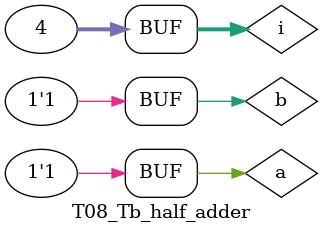
<source format=v>
module T08_Tb_half_adder;

    // nama harus sama dengan program nya
    reg a, b;
    wire cout, sum;
    integer i;

    T08_half_adder halfAdder(.a(a), .b(b), .cout(cout), .sum(sum));

    initial begin
        a <= 0;
        b <= 0;

        $monitor("a : %0b b : %0b cout : %0b sum : %0b cout : %0b", a, b, cout, sum, cout);

        for (i = 0; i < 4; i = i + 1) begin
            {a, b} = i;
            #10;         
        end
    end    
endmodule
</source>
